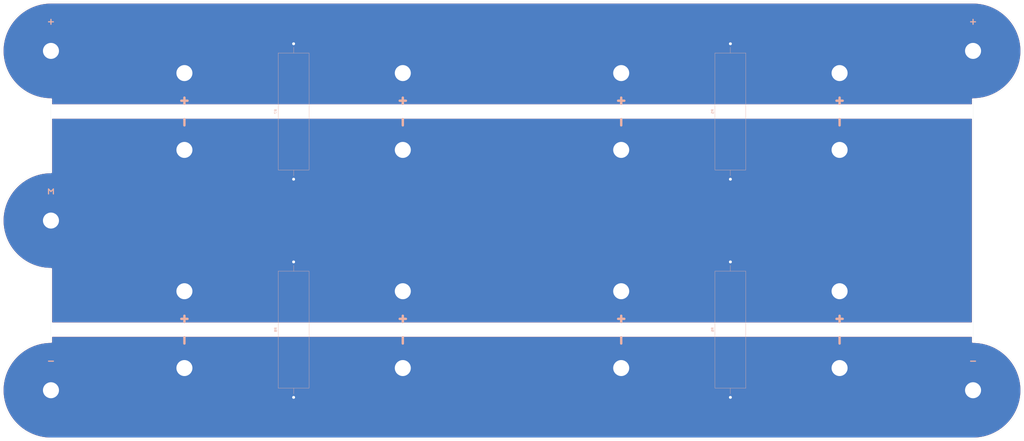
<source format=kicad_pcb>
(kicad_pcb (version 20241229) (generator "pcbnew") (generator_version "9.0")
  (layers (0 "F.Cu" signal) (2 "B.Cu" signal) (13 "F.Paste" user) (15 "B.Paste" user) (5 "F.SilkS" user "F.Silkscreen") (7 "B.SilkS" user "B.Silkscreen") (1 "F.Mask" user) (3 "B.Mask" user) (25 "Edge.Cuts" user))
  (net 0 "")
  (net 1 "Net-(J2-Pin_1)")
  (net 2 "Net-(J1-Pin_1)")
  (net 3 "Net-(J4-Pin_1)")
  (footprint "Project:EPCOS B43456-S5129-M2" (layer "F.Cu") (at 315 135 -90)
    (property "Reference" "C8" (hide yes))
    (property "Value" "C_Polarized")
    (fp_line (start -4.445 1.27) (end -4.445 -1.27) (stroke (width 1)) (layer "B.SilkS"))
    (fp_line (start -5.715 0) (end -3.175 0) (stroke (width 1)) (layer "B.SilkS"))
    (fp_line (start 3.175 0) (end 5.715 0) (stroke (width 1)) (layer "B.SilkS"))
    (pad "1" thru_hole circle (at -15.85 0 270) (size 17.5 17.5) (drill 6.6) (layers "*.Cu" "*.Mask") (net 3 "Net-(J4-Pin_1)"))
    (pad "2" thru_hole circle (at 15.85 0 270) (size 17.5 17.5) (drill 6.6) (layers "*.Cu" "*.Mask") (net 1 "Net-(J2-Pin_1)"))
  )
  (footprint "Project:EPCOS B43456-S5129-M2" (layer "F.Cu") (at 225 45 -90)
    (property "Reference" "C5" (hide yes))
    (property "Value" "C_Polarized")
    (fp_line (start -4.445 1.27) (end -4.445 -1.27) (stroke (width 1)) (layer "B.SilkS"))
    (fp_line (start -5.715 0) (end -3.175 0) (stroke (width 1)) (layer "B.SilkS"))
    (fp_line (start 3.175 0) (end 5.715 0) (stroke (width 1)) (layer "B.SilkS"))
    (pad "1" thru_hole circle (at -15.85 0 270) (size 17.5 17.5) (drill 6.6) (layers "*.Cu" "*.Mask") (net 2 "Net-(J1-Pin_1)"))
    (pad "2" thru_hole circle (at 15.85 0 270) (size 17.5 17.5) (drill 6.6) (layers "*.Cu" "*.Mask") (net 3 "Net-(J4-Pin_1)"))
  )
  (footprint "Project:M6 Lug" (layer "F.Cu") (at -10 160)
    (property "Reference" "J5" (hide yes))
    (property "Value" "Conn_01x01")
    (pad "1" thru_hole circle (at 0 0) (size 20 20) (drill 6.6) (layers "*.Cu" "*.Mask") (net 1 "Net-(J2-Pin_1)"))
  )
  (footprint "Project:EPCOS B43456-S5129-M2" (layer "F.Cu") (at 135 135 -90)
    (property "Reference" "C4" (hide yes))
    (property "Value" "C_Polarized")
    (fp_line (start -4.445 1.27) (end -4.445 -1.27) (stroke (width 1)) (layer "B.SilkS"))
    (fp_line (start -5.715 0) (end -3.175 0) (stroke (width 1)) (layer "B.SilkS"))
    (fp_line (start 3.175 0) (end 5.715 0) (stroke (width 1)) (layer "B.SilkS"))
    (pad "1" thru_hole circle (at -15.85 0 270) (size 17.5 17.5) (drill 6.6) (layers "*.Cu" "*.Mask") (net 3 "Net-(J4-Pin_1)"))
    (pad "2" thru_hole circle (at 15.85 0 270) (size 17.5 17.5) (drill 6.6) (layers "*.Cu" "*.Mask") (net 1 "Net-(J2-Pin_1)"))
  )
  (footprint "Project:M6 Lug" (layer "F.Cu") (at 370 20 90)
    (property "Reference" "J1" (hide yes))
    (property "Value" "Conn_01x01")
    (pad "1" thru_hole circle (at 0 0 90) (size 20 20) (drill 6.6) (layers "*.Cu" "*.Mask") (net 2 "Net-(J1-Pin_1)"))
  )
  (footprint "Project:M6 Lug" (layer "F.Cu") (at -10 90)
    (property "Reference" "J4" (hide yes))
    (property "Value" "Conn_01x01")
    (pad "1" thru_hole circle (at 0 0) (size 20 20) (drill 6.6) (layers "*.Cu" "*.Mask") (net 3 "Net-(J4-Pin_1)"))
  )
  (footprint "Project:M6 Lug" (layer "F.Cu") (at -10 20)
    (property "Reference" "J3" (hide yes))
    (property "Value" "Conn_01x01")
    (pad "1" thru_hole circle (at 0 0) (size 20 20) (drill 6.6) (layers "*.Cu" "*.Mask") (net 2 "Net-(J1-Pin_1)"))
  )
  (footprint "Project:EPCOS B43456-S5129-M2" (layer "F.Cu") (at 45 135 -90)
    (property "Reference" "C2" (hide yes))
    (property "Value" "C_Polarized")
    (fp_line (start -4.445 1.27) (end -4.445 -1.27) (stroke (width 1)) (layer "B.SilkS"))
    (fp_line (start -5.715 0) (end -3.175 0) (stroke (width 1)) (layer "B.SilkS"))
    (fp_line (start 3.175 0) (end 5.715 0) (stroke (width 1)) (layer "B.SilkS"))
    (pad "1" thru_hole circle (at -15.85 0 270) (size 17.5 17.5) (drill 6.6) (layers "*.Cu" "*.Mask") (net 3 "Net-(J4-Pin_1)"))
    (pad "2" thru_hole circle (at 15.85 0 270) (size 17.5 17.5) (drill 6.6) (layers "*.Cu" "*.Mask") (net 1 "Net-(J2-Pin_1)"))
  )
  (footprint "Project:EPCOS B43456-S5129-M2" (layer "F.Cu") (at 315 45 -90)
    (property "Reference" "C7" (hide yes))
    (property "Value" "C_Polarized")
    (fp_line (start -4.445 1.27) (end -4.445 -1.27) (stroke (width 1)) (layer "B.SilkS"))
    (fp_line (start -5.715 0) (end -3.175 0) (stroke (width 1)) (layer "B.SilkS"))
    (fp_line (start 3.175 0) (end 5.715 0) (stroke (width 1)) (layer "B.SilkS"))
    (pad "1" thru_hole circle (at -15.85 0 270) (size 17.5 17.5) (drill 6.6) (layers "*.Cu" "*.Mask") (net 2 "Net-(J1-Pin_1)"))
    (pad "2" thru_hole circle (at 15.85 0 270) (size 17.5 17.5) (drill 6.6) (layers "*.Cu" "*.Mask") (net 3 "Net-(J4-Pin_1)"))
  )
  (footprint "Project:EPCOS B43456-S5129-M2" (layer "F.Cu") (at 135 45 -90)
    (property "Reference" "C3" (hide yes))
    (property "Value" "C_Polarized")
    (fp_line (start -4.445 1.27) (end -4.445 -1.27) (stroke (width 1)) (layer "B.SilkS"))
    (fp_line (start -5.715 0) (end -3.175 0) (stroke (width 1)) (layer "B.SilkS"))
    (fp_line (start 3.175 0) (end 5.715 0) (stroke (width 1)) (layer "B.SilkS"))
    (pad "1" thru_hole circle (at -15.85 0 270) (size 17.5 17.5) (drill 6.6) (layers "*.Cu" "*.Mask") (net 2 "Net-(J1-Pin_1)"))
    (pad "2" thru_hole circle (at 15.85 0 270) (size 17.5 17.5) (drill 6.6) (layers "*.Cu" "*.Mask") (net 3 "Net-(J4-Pin_1)"))
  )
  (footprint "Project:M6 Lug" (layer "F.Cu") (at 370 160 90)
    (property "Reference" "J2" (hide yes))
    (property "Value" "Conn_01x01")
    (pad "1" thru_hole circle (at 0 0 90) (size 20 20) (drill 6.6) (layers "*.Cu" "*.Mask") (net 1 "Net-(J2-Pin_1)"))
  )
  (footprint "Project:EPCOS B43456-S5129-M2" (layer "F.Cu") (at 225 135 -90)
    (property "Reference" "C6" (hide yes))
    (property "Value" "C_Polarized")
    (fp_line (start -4.445 1.27) (end -4.445 -1.27) (stroke (width 1)) (layer "B.SilkS"))
    (fp_line (start -5.715 0) (end -3.175 0) (stroke (width 1)) (layer "B.SilkS"))
    (fp_line (start 3.175 0) (end 5.715 0) (stroke (width 1)) (layer "B.SilkS"))
    (pad "1" thru_hole circle (at -15.85 0 270) (size 17.5 17.5) (drill 6.6) (layers "*.Cu" "*.Mask") (net 3 "Net-(J4-Pin_1)"))
    (pad "2" thru_hole circle (at 15.85 0 270) (size 17.5 17.5) (drill 6.6) (layers "*.Cu" "*.Mask") (net 1 "Net-(J2-Pin_1)"))
  )
  (footprint "Project:EPCOS B43456-S5129-M2" (layer "F.Cu") (at 45 45 -90)
    (property "Reference" "C1" (hide yes))
    (property "Value" "C_Polarized")
    (fp_line (start -4.445 1.27) (end -4.445 -1.27) (stroke (width 1)) (layer "B.SilkS"))
    (fp_line (start -5.715 0) (end -3.175 0) (stroke (width 1)) (layer "B.SilkS"))
    (fp_line (start 3.175 0) (end 5.715 0) (stroke (width 1)) (layer "B.SilkS"))
    (pad "1" thru_hole circle (at -15.85 0 270) (size 17.5 17.5) (drill 6.6) (layers "*.Cu" "*.Mask") (net 2 "Net-(J1-Pin_1)"))
    (pad "2" thru_hole circle (at 15.85 0 270) (size 17.5 17.5) (drill 6.6) (layers "*.Cu" "*.Mask") (net 3 "Net-(J4-Pin_1)"))
  )
  (footprint "Resistor_THT:R_Axial_Power_L48.0mm_W12.5mm_P55.88mm" (layer "B.Cu") (at 90 17.06 -90)
    (property "Reference" "R7" (at 27.94 7.37 90) (layer "B.SilkS") (effects (justify mirror)))
    (property "Value" "22k 15w")
    (fp_line (start 1.44 0) (end 3.82 0) (stroke (width 0.12)) (layer "B.SilkS"))
    (fp_line (start 54.44 0) (end 52.06 0) (stroke (width 0.12)) (layer "B.SilkS"))
    (fp_rect (start 3.82 6.37) (end 52.06 -6.37) (stroke (width 0.12)) (fill no) (layer "B.SilkS"))
    (pad "1" thru_hole circle (at 0 0 270) (size 2.4 2.4) (drill 1.2) (layers "*.Cu" "*.Mask") (net 2 "Net-(J1-Pin_1)"))
    (pad "2" thru_hole circle (at 55.88 0 270) (size 2.4 2.4) (drill 1.2) (layers "*.Cu" "*.Mask") (net 3 "Net-(J4-Pin_1)"))
  )
  (footprint "Resistor_THT:R_Axial_Power_L48.0mm_W12.5mm_P55.88mm" (layer "B.Cu") (at 90 107.06 -90)
    (property "Reference" "R8" (at 27.94 7.37 90) (layer "B.SilkS") (effects (justify mirror)))
    (property "Value" "22k 15w")
    (fp_line (start 1.44 0) (end 3.82 0) (stroke (width 0.12)) (layer "B.SilkS"))
    (fp_line (start 54.44 0) (end 52.06 0) (stroke (width 0.12)) (layer "B.SilkS"))
    (fp_rect (start 3.82 6.37) (end 52.06 -6.37) (stroke (width 0.12)) (fill no) (layer "B.SilkS"))
    (pad "1" thru_hole circle (at 0 0 270) (size 2.4 2.4) (drill 1.2) (layers "*.Cu" "*.Mask") (net 3 "Net-(J4-Pin_1)"))
    (pad "2" thru_hole circle (at 55.88 0 270) (size 2.4 2.4) (drill 1.2) (layers "*.Cu" "*.Mask") (net 1 "Net-(J2-Pin_1)"))
  )
  (footprint "Resistor_THT:R_Axial_Power_L48.0mm_W12.5mm_P55.88mm" (layer "B.Cu") (at 270 107.06 -90)
    (property "Reference" "R6" (at 27.94 7.37 90) (layer "B.SilkS") (effects (justify mirror)))
    (property "Value" "22k 15w")
    (fp_line (start 1.44 0) (end 3.82 0) (stroke (width 0.12)) (layer "B.SilkS"))
    (fp_line (start 54.44 0) (end 52.06 0) (stroke (width 0.12)) (layer "B.SilkS"))
    (fp_rect (start 3.82 6.37) (end 52.06 -6.37) (stroke (width 0.12)) (fill no) (layer "B.SilkS"))
    (pad "1" thru_hole circle (at 0 0 270) (size 2.4 2.4) (drill 1.2) (layers "*.Cu" "*.Mask") (net 3 "Net-(J4-Pin_1)"))
    (pad "2" thru_hole circle (at 55.88 0 270) (size 2.4 2.4) (drill 1.2) (layers "*.Cu" "*.Mask") (net 1 "Net-(J2-Pin_1)"))
  )
  (footprint "Resistor_THT:R_Axial_Power_L48.0mm_W12.5mm_P55.88mm" (layer "B.Cu") (at 270 17.06 -90)
    (property "Reference" "R5" (at 27.94 7.37 90) (layer "B.SilkS") (effects (justify mirror)))
    (property "Value" "22k 15w")
    (fp_line (start 1.44 0) (end 3.82 0) (stroke (width 0.12)) (layer "B.SilkS"))
    (fp_line (start 54.44 0) (end 52.06 0) (stroke (width 0.12)) (layer "B.SilkS"))
    (fp_rect (start 3.82 6.37) (end 52.06 -6.37) (stroke (width 0.12)) (fill no) (layer "B.SilkS"))
    (pad "1" thru_hole circle (at 0 0 270) (size 2.4 2.4) (drill 1.2) (layers "*.Cu" "*.Mask") (net 2 "Net-(J1-Pin_1)"))
    (pad "2" thru_hole circle (at 55.88 0 270) (size 2.4 2.4) (drill 1.2) (layers "*.Cu" "*.Mask") (net 3 "Net-(J4-Pin_1)"))
  )
  (footprint "Connector_Wire:SolderWirePad_1x01_SMD_1.5x3mm" (layer "B.Cu") (at 16 40)
    (property "Reference" "J6" (hide yes))
    (property "Value" "Conn_01x01")
    (pad "1" smd roundrect (at 0 0) (size 1.5 3) (layers "B.Cu" "B.Mask") (net 2 "Net-(J1-Pin_1)"))
  )
  (footprint "Connector_Wire:SolderWirePad_1x01_SMD_1.5x3mm" (layer "B.Cu") (at 16 140)
    (property "Reference" "J7" (hide yes))
    (property "Value" "Conn_01x01")
    (pad "1" smd roundrect (at 0 0) (size 1.5 3) (layers "B.Cu" "B.Mask") (net 1 "Net-(J2-Pin_1)"))
  )
  (gr_line (start 371 8) (end 369 8) (stroke (width 0.5)) (layer "B.SilkS"))
  (gr_line (start -10 78) (end -11 77) (stroke (width 0.5)) (layer "B.SilkS"))
  (gr_line (start -9 148) (end -11 148) (stroke (width 0.5)) (layer "B.SilkS"))
  (gr_line (start -11 77) (end -11 79) (stroke (width 0.5)) (layer "B.SilkS"))
  (gr_line (start -9 79) (end -9 77) (stroke (width 0.5)) (layer "B.SilkS"))
  (gr_line (start -9 8) (end -11 8) (stroke (width 0.5)) (layer "B.SilkS"))
  (gr_line (start -10 9) (end -10 7) (stroke (width 0.5)) (layer "B.SilkS"))
  (gr_line (start 370 9) (end 370 7) (stroke (width 0.5)) (layer "B.SilkS"))
  (gr_line (start -10 78) (end -9 77) (stroke (width 0.5)) (layer "B.SilkS"))
  (gr_line (start 371 148) (end 369 148) (stroke (width 0.5)) (layer "B.SilkS"))
  (gr_arc (start -10 180) (mid -24.142136 174.142136) (end -30 160) (stroke (width 0.05)) (layer "Edge.Cuts"))
  (gr_arc (start 370 0) (mid 384.142136 5.857864) (end 390 20) (stroke (width 0.05)) (layer "Edge.Cuts"))
  (gr_arc (start -30 90) (mid -24.142136 75.857864) (end -10 70) (stroke (width 0.05)) (layer "Edge.Cuts"))
  (gr_arc (start 390 160) (mid 384.142136 174.142136) (end 370 180) (stroke (width 0.05)) (layer "Edge.Cuts"))
  (gr_arc (start 390 20) (mid 384.142136 34.142136) (end 370 40) (stroke (width 0.05)) (layer "Edge.Cuts"))
  (gr_arc (start 370 140) (mid 384.142136 145.857864) (end 390 160) (stroke (width 0.05)) (layer "Edge.Cuts"))
  (gr_arc (start -10 40) (mid -24.142136 34.142136) (end -30 20) (stroke (width 0.05)) (layer "Edge.Cuts"))
  (gr_line (start -10 140) (end -9.999999 110) (stroke (width 0.05)) (layer "Edge.Cuts"))
  (gr_line (start 370 180) (end -10 180) (stroke (width 0.05)) (layer "Edge.Cuts"))
  (gr_arc (start -30 160) (mid -24.142136 145.857864) (end -10 140) (stroke (width 0.05)) (layer "Edge.Cuts"))
  (gr_line (start 370 39.999999) (end 370 140) (stroke (width 0.05)) (layer "Edge.Cuts"))
  (gr_line (start -10 0) (end 370 0) (stroke (width 0.05)) (layer "Edge.Cuts"))
  (gr_arc (start -10 110) (mid -24.142136 104.142136) (end -30 90) (stroke (width 0.05)) (layer "Edge.Cuts"))
  (gr_line (start -10.000001 70) (end -10 40) (stroke (width 0.05)) (layer "Edge.Cuts"))
  (gr_arc (start -30 20) (mid -24.142136 5.857864) (end -10 0) (stroke (width 0.05)) (layer "Edge.Cuts"))
  (zone (net 2) (net_name "Net-(J1-Pin_1)") (layers "F.Cu" "B.Cu") (connect_pads yes (clearance 3)) (min_thickness 0.25) (fill yes (thermal_gap 0.5) (thermal_bridge_width 0.5))
    (polygon (pts (xy -31 -1) (xy 391 -1) (xy 391 42) (xy -31 42)))
  )
  (zone (net 3) (net_name "Net-(J4-Pin_1)") (layers "F.Cu" "B.Cu") (connect_pads yes (clearance 3)) (min_thickness 0.25) (fill yes (thermal_gap 0.5) (thermal_bridge_width 0.5))
    (polygon (pts (xy -31 48) (xy 371 48) (xy 371 132) (xy -31 132)))
  )
  (zone (net 1) (net_name "Net-(J2-Pin_1)") (layers "F.Cu" "B.Cu") (connect_pads yes (clearance 3)) (min_thickness 0.25) (fill yes (thermal_gap 0.5) (thermal_bridge_width 0.5))
    (polygon (pts (xy -31 138) (xy 391 138) (xy 391 181) (xy -31 181)))
  )
)
</source>
